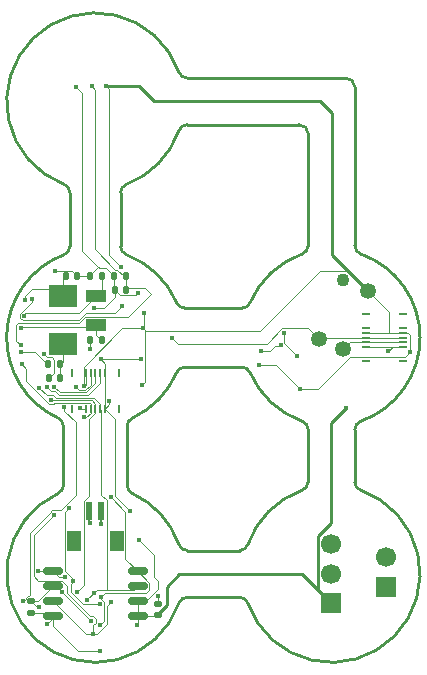
<source format=gbr>
%TF.GenerationSoftware,KiCad,Pcbnew,9.0.1*%
%TF.CreationDate,2025-04-11T17:48:52-04:00*%
%TF.ProjectId,IngestibleCapsule-Board_v2,496e6765-7374-4696-926c-654361707375,rev?*%
%TF.SameCoordinates,Original*%
%TF.FileFunction,Copper,L2,Bot*%
%TF.FilePolarity,Positive*%
%FSLAX46Y46*%
G04 Gerber Fmt 4.6, Leading zero omitted, Abs format (unit mm)*
G04 Created by KiCad (PCBNEW 9.0.1) date 2025-04-11 17:48:52*
%MOMM*%
%LPD*%
G01*
G04 APERTURE LIST*
G04 Aperture macros list*
%AMRoundRect*
0 Rectangle with rounded corners*
0 $1 Rounding radius*
0 $2 $3 $4 $5 $6 $7 $8 $9 X,Y pos of 4 corners*
0 Add a 4 corners polygon primitive as box body*
4,1,4,$2,$3,$4,$5,$6,$7,$8,$9,$2,$3,0*
0 Add four circle primitives for the rounded corners*
1,1,$1+$1,$2,$3*
1,1,$1+$1,$4,$5*
1,1,$1+$1,$6,$7*
1,1,$1+$1,$8,$9*
0 Add four rect primitives between the rounded corners*
20,1,$1+$1,$2,$3,$4,$5,0*
20,1,$1+$1,$4,$5,$6,$7,0*
20,1,$1+$1,$6,$7,$8,$9,0*
20,1,$1+$1,$8,$9,$2,$3,0*%
G04 Aperture macros list end*
%TA.AperFunction,ComponentPad*%
%ADD10R,1.700000X1.700000*%
%TD*%
%TA.AperFunction,ComponentPad*%
%ADD11C,1.700000*%
%TD*%
%TA.AperFunction,ComponentPad*%
%ADD12C,1.350000*%
%TD*%
%TA.AperFunction,ComponentPad*%
%ADD13C,1.100000*%
%TD*%
%TA.AperFunction,SMDPad,CuDef*%
%ADD14R,0.600000X1.550000*%
%TD*%
%TA.AperFunction,SMDPad,CuDef*%
%ADD15R,1.200000X1.800000*%
%TD*%
%TA.AperFunction,SMDPad,CuDef*%
%ADD16R,2.400000X1.900000*%
%TD*%
%TA.AperFunction,SMDPad,CuDef*%
%ADD17RoundRect,0.135000X0.135000X0.185000X-0.135000X0.185000X-0.135000X-0.185000X0.135000X-0.185000X0*%
%TD*%
%TA.AperFunction,SMDPad,CuDef*%
%ADD18R,0.700000X0.200000*%
%TD*%
%TA.AperFunction,SMDPad,CuDef*%
%ADD19RoundRect,0.135000X-0.185000X0.135000X-0.185000X-0.135000X0.185000X-0.135000X0.185000X0.135000X0*%
%TD*%
%TA.AperFunction,SMDPad,CuDef*%
%ADD20RoundRect,0.140000X0.170000X-0.140000X0.170000X0.140000X-0.170000X0.140000X-0.170000X-0.140000X0*%
%TD*%
%TA.AperFunction,SMDPad,CuDef*%
%ADD21RoundRect,0.140000X0.140000X0.170000X-0.140000X0.170000X-0.140000X-0.170000X0.140000X-0.170000X0*%
%TD*%
%TA.AperFunction,SMDPad,CuDef*%
%ADD22RoundRect,0.140000X-0.140000X-0.170000X0.140000X-0.170000X0.140000X0.170000X-0.140000X0.170000X0*%
%TD*%
%TA.AperFunction,SMDPad,CuDef*%
%ADD23R,1.800000X1.000000*%
%TD*%
%TA.AperFunction,SMDPad,CuDef*%
%ADD24RoundRect,0.162500X-0.650000X-0.162500X0.650000X-0.162500X0.650000X0.162500X-0.650000X0.162500X0*%
%TD*%
%TA.AperFunction,SMDPad,CuDef*%
%ADD25R,0.200000X0.700000*%
%TD*%
%TA.AperFunction,ViaPad*%
%ADD26C,0.450000*%
%TD*%
%TA.AperFunction,Conductor*%
%ADD27C,0.100000*%
%TD*%
%TA.AperFunction,Conductor*%
%ADD28C,0.250000*%
%TD*%
%TA.AperFunction,Conductor*%
%ADD29C,0.200000*%
%TD*%
%TA.AperFunction,Profile*%
%ADD30C,0.250000*%
%TD*%
G04 APERTURE END LIST*
D10*
%TO.P,J8,1,Pin_1*%
%TO.N,+3.3V*%
X114595000Y-121110000D03*
D11*
%TO.P,J8,2,Pin_2*%
%TO.N,GND*%
X114595000Y-118570000D03*
%TD*%
D10*
%TO.P,J7,1,Pin_1*%
%TO.N,+3.3V*%
X110000000Y-122500000D03*
D11*
%TO.P,J7,2,Pin_2*%
%TO.N,GND*%
X110000000Y-120000000D03*
%TO.P,J7,3,Pin_3*%
%TO.N,unconnected-(J7-Pin_3-Pad3)*%
X110000000Y-117500000D03*
%TD*%
D12*
%TO.P,U2,1,SDA*%
%TO.N,/MCU_I2C_SDA*%
X111000000Y-101000000D03*
%TO.P,U2,2,VDD*%
%TO.N,+3.3V*%
X113065000Y-96015000D03*
D13*
%TO.P,U2,3,GND*%
%TO.N,GND*%
X111000000Y-95160000D03*
D12*
%TO.P,U2,4,SCL*%
%TO.N,/MCU_I2C_SCL*%
X108935000Y-100145000D03*
%TD*%
D14*
%TO.P,J6,1,Pin_1*%
%TO.N,/RF Transceiver/RFN*%
X90500000Y-114663000D03*
%TO.P,J6,2,Pin_2*%
%TO.N,/RF Transceiver/RFP*%
X89500000Y-114663000D03*
D15*
%TO.P,J6,MP1*%
%TO.N,N/C*%
X91800000Y-117188000D03*
%TO.P,J6,MP2*%
X88200000Y-117188000D03*
%TD*%
D16*
%TO.P,Y1,1,1*%
%TO.N,Net-(C10-Pad2)*%
X87250000Y-100550000D03*
%TO.P,Y1,2,2*%
%TO.N,Net-(U1-PF0)*%
X87250000Y-96450000D03*
%TD*%
D17*
%TO.P,R3,1*%
%TO.N,Net-(C10-Pad2)*%
X87050000Y-102250000D03*
%TO.P,R3,2*%
%TO.N,Net-(U1-PF1)*%
X86030000Y-102250000D03*
%TD*%
D18*
%TO.P,J2,*%
%TO.N,*%
X112960000Y-102000000D03*
X116040000Y-102000000D03*
X112960000Y-98000000D03*
X116040000Y-98000000D03*
%TO.P,J2,1,1*%
%TO.N,GND*%
X112960000Y-100800000D03*
%TO.P,J2,2,2*%
X116040000Y-100800000D03*
%TO.P,J2,3,3*%
%TO.N,/MCU_I2C_SDA*%
X112960000Y-100400000D03*
%TO.P,J2,4,4*%
X116040000Y-100400000D03*
%TO.P,J2,5,5*%
%TO.N,/MCU_I2C_SCL*%
X112960000Y-100000000D03*
%TO.P,J2,6,6*%
X116040000Y-100000000D03*
%TO.P,J2,7,7*%
%TO.N,+3.3V*%
X112960000Y-99600000D03*
%TO.P,J2,8,8*%
X116040000Y-99600000D03*
%TO.P,J2,9,9*%
%TO.N,unconnected-(J2-Pad9)*%
X112960000Y-99200000D03*
%TO.P,J2,10,10*%
%TO.N,unconnected-(J2-Pad10)*%
X116040000Y-99200000D03*
%TD*%
D17*
%TO.P,R1,1*%
%TO.N,/Processor/NRST*%
X92620000Y-94800000D03*
%TO.P,R1,2*%
%TO.N,GND*%
X91600000Y-94800000D03*
%TD*%
D19*
%TO.P,R8,1*%
%TO.N,+3.3V*%
X84600000Y-122290000D03*
%TO.P,R8,2*%
%TO.N,/MCU_MEM_CS*%
X84600000Y-123310000D03*
%TD*%
D20*
%TO.P,C15,1*%
%TO.N,+3.3V*%
X95300000Y-123480000D03*
%TO.P,C15,2*%
%TO.N,GND*%
X95300000Y-122520000D03*
%TD*%
D21*
%TO.P,C2,1*%
%TO.N,/Processor/NRST*%
X92610000Y-95950000D03*
%TO.P,C2,2*%
%TO.N,GND*%
X91650000Y-95950000D03*
%TD*%
%TO.P,C9,1*%
%TO.N,GND*%
X88480000Y-94800000D03*
%TO.P,C9,2*%
%TO.N,Net-(U1-PF0)*%
X87520000Y-94800000D03*
%TD*%
D22*
%TO.P,C12,1*%
%TO.N,GND*%
X89570000Y-100200000D03*
%TO.P,C12,2*%
%TO.N,Net-(U1-PC15)*%
X90530000Y-100200000D03*
%TD*%
D23*
%TO.P,Y2,1,1*%
%TO.N,Net-(U1-PC15)*%
X90080000Y-98970000D03*
%TO.P,Y2,2,2*%
%TO.N,Net-(U1-PC14)*%
X90080000Y-96470000D03*
%TD*%
D24*
%TO.P,U4,1,~{CS}*%
%TO.N,/MCU_MEM_CS*%
X86412500Y-123600000D03*
%TO.P,U4,2,DO/IO_{1}*%
%TO.N,/MCU_SPI_MISO*%
X86412500Y-122330000D03*
%TO.P,U4,3,~{WP}/IO_{2}*%
%TO.N,+3.3V*%
X86412500Y-121060000D03*
%TO.P,U4,4,GND*%
%TO.N,GND*%
X86412500Y-119790000D03*
%TO.P,U4,5,DI/IO_{0}*%
%TO.N,/MCU_SPI_MOSI*%
X93587500Y-119790000D03*
%TO.P,U4,6,CLK*%
%TO.N,/MCU_SPI_SCK*%
X93587500Y-121060000D03*
%TO.P,U4,7,~{HOLD}/~{RESET}/IO_{3}*%
%TO.N,+3.3V*%
X93587500Y-122330000D03*
%TO.P,U4,8,VCC*%
X93587500Y-123600000D03*
%TD*%
D22*
%TO.P,C10,1*%
%TO.N,GND*%
X86070000Y-103400000D03*
%TO.P,C10,2*%
%TO.N,Net-(C10-Pad2)*%
X87030000Y-103400000D03*
%TD*%
%TO.P,C11,1*%
%TO.N,GND*%
X89570000Y-94800000D03*
%TO.P,C11,2*%
%TO.N,Net-(U1-PC14)*%
X90530000Y-94800000D03*
%TD*%
D25*
%TO.P,J3,*%
%TO.N,*%
X92000000Y-106040000D03*
X92000000Y-102960000D03*
X88000000Y-106040000D03*
X88000000Y-102960000D03*
%TO.P,J3,1,1*%
%TO.N,GND*%
X90800000Y-106040000D03*
%TO.P,J3,2,2*%
X90800000Y-102960000D03*
%TO.P,J3,3,3*%
%TO.N,/MCU_SPI_SCK*%
X90400000Y-106040000D03*
%TO.P,J3,4,4*%
%TO.N,/MCU_SPI_MISO*%
X90400000Y-102960000D03*
%TO.P,J3,5,5*%
%TO.N,/MCU_RF_CS*%
X90000000Y-106040000D03*
%TO.P,J3,6,6*%
%TO.N,/MCU_SPI_MOSI*%
X90000000Y-102960000D03*
%TO.P,J3,7,7*%
%TO.N,/MCU_RF_IRQ*%
X89600000Y-106040000D03*
%TO.P,J3,8,8*%
%TO.N,/MCU_MEM_CS*%
X89600000Y-102960000D03*
%TO.P,J3,9,9*%
%TO.N,+3.3V*%
X89200000Y-106040000D03*
%TO.P,J3,10,10*%
X89200000Y-102960000D03*
%TD*%
D26*
%TO.N,/MCU_SPI_MISO*%
X86515000Y-114983788D03*
%TO.N,/MCU_MEM_CS*%
X85910000Y-124250000D03*
X83920000Y-122340000D03*
X87388702Y-105888373D03*
%TO.N,/MCU_RF_IRQ*%
X89080000Y-106735000D03*
X87761881Y-114465000D03*
%TO.N,/MCU_RF_CS*%
X88450166Y-121519834D03*
%TO.N,/MCU_SPI_MOSI*%
X91314684Y-113525000D03*
%TO.N,Net-(U1-PF0)*%
X84074519Y-96815935D03*
%TO.N,GND*%
X86550000Y-94350000D03*
X93850000Y-101850000D03*
X92944834Y-114705166D03*
X114820000Y-101160000D03*
X89570000Y-100980000D03*
X85150000Y-119750000D03*
X85632434Y-101384433D03*
X95300000Y-121850000D03*
X93650000Y-96200000D03*
X88400000Y-78750000D03*
X89890000Y-97520000D03*
X87425000Y-120275000D03*
X90450000Y-101850000D03*
X91200000Y-105400000D03*
%TO.N,Net-(U1-PC14)*%
X84002473Y-98153897D03*
%TO.N,Net-(U1-PC15)*%
X83699000Y-99165000D03*
%TO.N,+3.3V*%
X116650000Y-101200000D03*
X93500000Y-124325000D03*
X87225000Y-121550000D03*
X111270000Y-105940000D03*
X93950000Y-104000000D03*
X107300000Y-104350000D03*
X84610000Y-96690000D03*
X92150000Y-94000000D03*
X88710000Y-105980000D03*
X94150000Y-97950000D03*
X89010000Y-104060000D03*
X103900000Y-102350000D03*
X85250000Y-122800000D03*
X89675000Y-123975000D03*
X92240000Y-97290000D03*
X93700000Y-117175000D03*
X94050000Y-99150000D03*
X90900000Y-78700000D03*
%TO.N,/Processor/NRST*%
X89700000Y-78700000D03*
X83725000Y-100650000D03*
%TO.N,/MCU_I2C_SCL*%
X96520000Y-100010000D03*
%TO.N,/MCU_I2C_SDA*%
X105685583Y-100654371D03*
X104055000Y-101094834D03*
%TO.N,/MCU_MEM_CS*%
X88400039Y-104193212D03*
X90400000Y-126550000D03*
%TO.N,/MCU_RF_IRQ*%
X83790000Y-102250000D03*
X88128266Y-120625002D03*
X90375000Y-122570497D03*
%TO.N,/MCU_SPI_MOSI*%
X90475000Y-121925000D03*
%TO.N,/MCU_SPI_MISO*%
X91325000Y-122425000D03*
%TO.N,/MCU_SPI_SCK*%
X89852666Y-121647334D03*
%TO.N,/MCU_SPI_MISO*%
X89849997Y-125125000D03*
%TO.N,/MCU_SPI_SCK*%
X89340166Y-122195497D03*
%TO.N,/MCU_SPI_MISO*%
X85933319Y-104181737D03*
%TO.N,/MCU_SPI_MOSI*%
X90375000Y-124350000D03*
X86511701Y-104167031D03*
%TO.N,/MCU_SPI_SCK*%
X85250000Y-104250000D03*
%TO.N,/MCU_RF_CS*%
X86273584Y-105275000D03*
%TO.N,/RF Transceiver/RFN*%
X90500000Y-115750000D03*
%TO.N,/RF Transceiver/RFP*%
X89550000Y-115700000D03*
%TO.N,Net-(U1-PF1)*%
X83730851Y-101199972D03*
%TO.N,Net-(U3-SDO{slash}ADDR)*%
X107100000Y-101550000D03*
X106000000Y-99600000D03*
%TD*%
D27*
%TO.N,/MCU_RF_CS*%
X89050000Y-120920000D02*
X88450166Y-121519834D01*
X90000000Y-106340000D02*
X89440000Y-106900000D01*
X89440000Y-113410000D02*
X89050000Y-113800000D01*
X89050000Y-113800000D02*
X89050000Y-120920000D01*
X90000000Y-106040000D02*
X90000000Y-106340000D01*
X89440000Y-106900000D02*
X89440000Y-113410000D01*
%TO.N,/MCU_RF_IRQ*%
X89205000Y-106735000D02*
X89600000Y-106340000D01*
X89600000Y-106340000D02*
X89600000Y-106040000D01*
X89080000Y-106735000D02*
X89205000Y-106735000D01*
%TO.N,/MCU_MEM_CS*%
X84129000Y-122032792D02*
X84129000Y-122131000D01*
X84292792Y-121869000D02*
X84129000Y-122032792D01*
X84391000Y-121869000D02*
X84292792Y-121869000D01*
X84450000Y-121810000D02*
X84391000Y-121869000D01*
X84450000Y-116520000D02*
X84450000Y-121810000D01*
X84129000Y-122131000D02*
X83920000Y-122340000D01*
X86359255Y-114607788D02*
X86139000Y-114828043D01*
X86139000Y-114828043D02*
X86139000Y-114831000D01*
X86139000Y-114831000D02*
X84450000Y-116520000D01*
X87072212Y-114607788D02*
X86359255Y-114607788D01*
X88350000Y-113330000D02*
X87072212Y-114607788D01*
X88350000Y-107142000D02*
X88350000Y-113330000D01*
X87388702Y-105888373D02*
X87388702Y-106180702D01*
X87388702Y-106180702D02*
X88350000Y-107142000D01*
%TO.N,/MCU_SPI_MISO*%
X89849997Y-124331748D02*
X89849997Y-125125000D01*
X90051000Y-124130745D02*
X89849997Y-124331748D01*
X90051000Y-123819255D02*
X90051000Y-124130745D01*
X89830745Y-123599000D02*
X90051000Y-123819255D01*
X89558256Y-123599000D02*
X89830745Y-123599000D01*
X87601000Y-120988142D02*
X87601000Y-121641744D01*
X87196858Y-120584000D02*
X87601000Y-120988142D01*
X85144000Y-120584000D02*
X87196858Y-120584000D01*
X84774000Y-120214000D02*
X85144000Y-120584000D01*
X87601000Y-121641744D02*
X89558256Y-123599000D01*
X84774000Y-116724788D02*
X84774000Y-120214000D01*
X86515000Y-114983788D02*
X84774000Y-116724788D01*
%TO.N,+3.3V*%
X88770000Y-106040000D02*
X89200000Y-106040000D01*
X88710000Y-105980000D02*
X88770000Y-106040000D01*
%TO.N,/MCU_RF_IRQ*%
X88128266Y-120446521D02*
X88128266Y-120625002D01*
X87449000Y-119767255D02*
X88128266Y-120446521D01*
X87449000Y-114777881D02*
X87449000Y-119767255D01*
X87761881Y-114465000D02*
X87449000Y-114777881D01*
%TO.N,/MCU_MEM_CS*%
X86412500Y-123747500D02*
X85910000Y-124250000D01*
X86412500Y-123600000D02*
X86412500Y-123747500D01*
%TO.N,/MCU_RF_IRQ*%
X88970497Y-122570497D02*
X90375000Y-122570497D01*
X87910000Y-120843268D02*
X87910000Y-121510000D01*
X88128266Y-120625002D02*
X87910000Y-120843268D01*
X87910000Y-121510000D02*
X88970497Y-122570497D01*
%TO.N,/MCU_SPI_SCK*%
X90500000Y-113286000D02*
X90960000Y-113746000D01*
X90960000Y-113746000D02*
X90960000Y-121360000D01*
X90500000Y-106140000D02*
X90500000Y-113286000D01*
X90400000Y-106040000D02*
X90500000Y-106140000D01*
%TO.N,/MCU_SPI_MOSI*%
X92551000Y-114761316D02*
X91314684Y-113525000D01*
X92551000Y-118753500D02*
X92551000Y-114761316D01*
X93587500Y-119790000D02*
X92551000Y-118753500D01*
%TO.N,/MCU_SPI_SCK*%
X90960000Y-121360000D02*
X93287500Y-121360000D01*
X90140000Y-121360000D02*
X90960000Y-121360000D01*
X93287500Y-121360000D02*
X93587500Y-121060000D01*
X89852666Y-121647334D02*
X90140000Y-121360000D01*
%TO.N,Net-(U1-PF0)*%
X87250000Y-96450000D02*
X87250000Y-95070000D01*
X84074519Y-96815935D02*
X84074519Y-96465481D01*
X86720000Y-95920000D02*
X87250000Y-96450000D01*
X87250000Y-95070000D02*
X87520000Y-94800000D01*
X84074519Y-96465481D02*
X84620000Y-95920000D01*
X84620000Y-95920000D02*
X86720000Y-95920000D01*
%TO.N,GND*%
X116040000Y-100800000D02*
X115250000Y-100800000D01*
X115180000Y-100800000D02*
X115250000Y-100800000D01*
X91680000Y-106920000D02*
X90800000Y-106040000D01*
X90800000Y-102200000D02*
X90450000Y-101850000D01*
X88900000Y-92650000D02*
X90250000Y-94000000D01*
X91650000Y-95900000D02*
X91600000Y-95850000D01*
X88480000Y-94800000D02*
X88019000Y-94339000D01*
X89570000Y-100200000D02*
X89570000Y-100980000D01*
X85190000Y-119790000D02*
X85150000Y-119750000D01*
X91650000Y-95950000D02*
X91650000Y-96602000D01*
X90937500Y-94112500D02*
X91600000Y-94775000D01*
X90800000Y-102960000D02*
X90800000Y-102200000D01*
X86561000Y-94339000D02*
X86550000Y-94350000D01*
X91650000Y-96602000D02*
X90732000Y-97520000D01*
X91200000Y-105640000D02*
X90800000Y-106040000D01*
X91200000Y-105400000D02*
X91200000Y-105640000D01*
X90800000Y-106040000D02*
X90800000Y-102960000D01*
X86310000Y-101670000D02*
X86510000Y-101870000D01*
X91650000Y-95950000D02*
X91650000Y-95900000D01*
X86412500Y-119790000D02*
X85190000Y-119790000D01*
X93650000Y-96200000D02*
X93439000Y-96411000D01*
X85918000Y-101670000D02*
X86310000Y-101670000D01*
X88900000Y-79250000D02*
X88900000Y-92650000D01*
X87425000Y-120275000D02*
X86897500Y-120275000D01*
X115250000Y-100800000D02*
X112960000Y-100800000D01*
X92111000Y-96411000D02*
X91650000Y-95950000D01*
X86510000Y-101870000D02*
X86510000Y-102960000D01*
X89570000Y-94800000D02*
X89570000Y-94680000D01*
X91600000Y-95850000D02*
X91600000Y-94800000D01*
X93439000Y-96411000D02*
X92111000Y-96411000D01*
X86897500Y-120275000D02*
X86412500Y-119790000D01*
X90775000Y-94112500D02*
X90937500Y-94112500D01*
X90362500Y-94112500D02*
X90775000Y-94112500D01*
X90250000Y-94000000D02*
X90362500Y-94112500D01*
X86510000Y-102960000D02*
X86070000Y-103400000D01*
X93850000Y-101850000D02*
X90450000Y-101850000D01*
X92944834Y-114705166D02*
X91680000Y-113440332D01*
X85632434Y-101384433D02*
X85918000Y-101670000D01*
X89570000Y-94800000D02*
X88480000Y-94800000D01*
X88400000Y-78750000D02*
X88900000Y-79250000D01*
X89570000Y-94680000D02*
X90250000Y-94000000D01*
X88019000Y-94339000D02*
X86561000Y-94339000D01*
X91680000Y-113440332D02*
X91680000Y-106920000D01*
X90732000Y-97520000D02*
X89890000Y-97520000D01*
X114820000Y-101160000D02*
X115180000Y-100800000D01*
X91600000Y-94775000D02*
X91600000Y-94800000D01*
X95300000Y-122520000D02*
X95300000Y-121850000D01*
%TO.N,Net-(U1-PC14)*%
X88660000Y-97890000D02*
X90080000Y-96470000D01*
X84002473Y-98153897D02*
X84002473Y-97994908D01*
X90530000Y-94800000D02*
X90530000Y-96020000D01*
X84107381Y-97890000D02*
X88660000Y-97890000D01*
X84002473Y-97994908D02*
X84107381Y-97890000D01*
X90530000Y-96020000D02*
X90080000Y-96470000D01*
%TO.N,Net-(U1-PC15)*%
X83789000Y-99075000D02*
X89975000Y-99075000D01*
X90080000Y-98970000D02*
X90080000Y-99750000D01*
X89975000Y-99075000D02*
X90080000Y-98970000D01*
X90080000Y-99750000D02*
X90530000Y-100200000D01*
X83699000Y-99165000D02*
X83789000Y-99075000D01*
%TO.N,+3.3V*%
X92305416Y-99150000D02*
X94050000Y-99150000D01*
X91634000Y-97896000D02*
X92240000Y-97290000D01*
D28*
X94970000Y-79980000D02*
X108990000Y-79980000D01*
D27*
X84610000Y-97014625D02*
X83626473Y-97998152D01*
X111538141Y-101630000D02*
X108818141Y-104350000D01*
X95300000Y-120600000D02*
X95300000Y-121318255D01*
D28*
X96050000Y-122610000D02*
X96050000Y-121080000D01*
D27*
X93700000Y-117175000D02*
X94950000Y-118425000D01*
X93587500Y-124237500D02*
X93500000Y-124325000D01*
X116650000Y-101200000D02*
X116650000Y-99760000D01*
X111400000Y-94350000D02*
X109020000Y-94350000D01*
X116220000Y-101630000D02*
X111538141Y-101630000D01*
X91150000Y-93000000D02*
X91150000Y-78950000D01*
X116650000Y-99760000D02*
X116490000Y-99600000D01*
X103900000Y-102350000D02*
X105300000Y-102350000D01*
X94226000Y-99660000D02*
X94226000Y-103724000D01*
X86735000Y-121060000D02*
X86412500Y-121060000D01*
X85250000Y-122800000D02*
X85110000Y-122800000D01*
D28*
X110030000Y-81020000D02*
X110030000Y-92980000D01*
D27*
X89090000Y-104060000D02*
X89200000Y-103950000D01*
X112960000Y-99600000D02*
X114900000Y-99600000D01*
X113065000Y-96015000D02*
X114900000Y-97850000D01*
X83626473Y-98309642D02*
X83846728Y-98529897D01*
X94150000Y-97950000D02*
X94150000Y-99050000D01*
X85182500Y-122290000D02*
X86412500Y-121060000D01*
X116650000Y-101200000D02*
X116220000Y-101630000D01*
X114900000Y-99600000D02*
X116040000Y-99600000D01*
X95180000Y-123600000D02*
X95300000Y-123480000D01*
D28*
X95300000Y-123480000D02*
X95300000Y-123360000D01*
D27*
X89010000Y-102445416D02*
X92305416Y-99150000D01*
D28*
X90900000Y-78700000D02*
X93690000Y-78700000D01*
D27*
X89219744Y-97896000D02*
X91634000Y-97896000D01*
D28*
X95300000Y-123360000D02*
X96050000Y-122610000D01*
D27*
X94288255Y-122330000D02*
X93587500Y-122330000D01*
X94226000Y-99326000D02*
X94226000Y-99660000D01*
X92150000Y-94000000D02*
X91150000Y-93000000D01*
D28*
X110000000Y-115690000D02*
X110000000Y-107210000D01*
D27*
X103925000Y-99445000D02*
X103920000Y-99440000D01*
X95300000Y-121318255D02*
X94288255Y-122330000D01*
X84610000Y-96690000D02*
X84610000Y-97014625D01*
D28*
X110000000Y-107210000D02*
X111270000Y-105940000D01*
D27*
X89010000Y-104060000D02*
X89090000Y-104060000D01*
X108818141Y-104350000D02*
X107300000Y-104350000D01*
X105300000Y-102350000D02*
X107300000Y-104350000D01*
X83846728Y-98529897D02*
X88585847Y-98529897D01*
D28*
X108870000Y-116820000D02*
X110000000Y-115690000D01*
D27*
X94050000Y-99150000D02*
X94226000Y-99326000D01*
X93587500Y-123600000D02*
X95180000Y-123600000D01*
D28*
X107500000Y-120000000D02*
X110000000Y-122500000D01*
D27*
X94950000Y-120250000D02*
X95300000Y-120600000D01*
D28*
X97130000Y-120000000D02*
X107500000Y-120000000D01*
D27*
X116490000Y-99600000D02*
X116040000Y-99600000D01*
X94950000Y-118425000D02*
X94950000Y-120250000D01*
X93587500Y-123600000D02*
X93587500Y-124237500D01*
X114900000Y-97850000D02*
X114900000Y-99600000D01*
X88585847Y-98529897D02*
X89219744Y-97896000D01*
X87225000Y-121550000D02*
X89650000Y-123975000D01*
X113065000Y-96015000D02*
X111400000Y-94350000D01*
X89010000Y-104060000D02*
X89010000Y-102445416D01*
D28*
X110000000Y-122500000D02*
X108870000Y-121370000D01*
D27*
X93587500Y-122330000D02*
X93587500Y-123600000D01*
X87225000Y-121550000D02*
X86735000Y-121060000D01*
D28*
X96050000Y-121080000D02*
X97130000Y-120000000D01*
D27*
X109020000Y-94350000D02*
X103925000Y-99445000D01*
D28*
X93690000Y-78700000D02*
X94970000Y-79980000D01*
D27*
X89650000Y-123975000D02*
X89675000Y-123975000D01*
X91150000Y-78950000D02*
X90900000Y-78700000D01*
D28*
X108990000Y-79980000D02*
X110030000Y-81020000D01*
D27*
X94226000Y-103724000D02*
X93950000Y-104000000D01*
X94226000Y-99440000D02*
X103920000Y-99440000D01*
D28*
X110030000Y-92980000D02*
X113065000Y-96015000D01*
D27*
X89200000Y-103950000D02*
X89200000Y-102960000D01*
X83626473Y-97998152D02*
X83626473Y-98309642D01*
X94150000Y-99050000D02*
X94050000Y-99150000D01*
X85110000Y-122800000D02*
X84600000Y-122290000D01*
D28*
X108870000Y-121370000D02*
X108870000Y-116820000D01*
D27*
X84600000Y-122290000D02*
X85182500Y-122290000D01*
%TO.N,/Processor/NRST*%
X94234000Y-95824000D02*
X92736000Y-95824000D01*
X91712706Y-94250000D02*
X90000000Y-92537294D01*
X83463255Y-98780000D02*
X88620000Y-98780000D01*
X94715000Y-96305000D02*
X94234000Y-95824000D01*
X90000000Y-79000000D02*
X89700000Y-78700000D01*
X83324000Y-98919255D02*
X83463255Y-98780000D01*
X83324000Y-100249000D02*
X83324000Y-98919255D01*
X92610000Y-94810000D02*
X92620000Y-94800000D01*
X90000000Y-92537294D02*
X90000000Y-79000000D01*
X92736000Y-95824000D02*
X92610000Y-95950000D01*
X91864104Y-94250000D02*
X91712706Y-94250000D01*
X92620000Y-94800000D02*
X92414104Y-94800000D01*
X89170000Y-98230000D02*
X92790000Y-98230000D01*
X92414104Y-94800000D02*
X91864104Y-94250000D01*
X83725000Y-100650000D02*
X83324000Y-100249000D01*
X92790000Y-98230000D02*
X94715000Y-96305000D01*
X88620000Y-98780000D02*
X89170000Y-98230000D01*
X92610000Y-95950000D02*
X92610000Y-94810000D01*
%TO.N,/MCU_I2C_SCL*%
X109080000Y-100000000D02*
X108935000Y-100145000D01*
X108014000Y-99224000D02*
X108935000Y-100145000D01*
X97040000Y-100530000D02*
X104538255Y-100530000D01*
X116040000Y-100000000D02*
X112960000Y-100000000D01*
X112960000Y-100000000D02*
X109080000Y-100000000D01*
X105844255Y-99224000D02*
X108014000Y-99224000D01*
X96520000Y-100010000D02*
X97040000Y-100530000D01*
X104538255Y-100530000D02*
X105844255Y-99224000D01*
%TO.N,/MCU_I2C_SDA*%
X105203286Y-100671714D02*
X104780166Y-101094834D01*
X112960000Y-100400000D02*
X111600000Y-100400000D01*
X105668240Y-100671714D02*
X105203286Y-100671714D01*
X111600000Y-100400000D02*
X111000000Y-101000000D01*
X112960000Y-100400000D02*
X116040000Y-100400000D01*
X104780166Y-101094834D02*
X104055000Y-101094834D01*
X105685583Y-100654371D02*
X105668240Y-100671714D01*
%TO.N,/MCU_MEM_CS*%
X89600000Y-104000000D02*
X89600000Y-102960000D01*
X90400000Y-126550000D02*
X88550000Y-126550000D01*
X88550000Y-126550000D02*
X86412500Y-124412500D01*
X86412500Y-124412500D02*
X86412500Y-123600000D01*
X86122500Y-123310000D02*
X86412500Y-123600000D01*
X88646827Y-104440000D02*
X89160000Y-104440000D01*
X89160000Y-104440000D02*
X89600000Y-104000000D01*
X88400039Y-104193212D02*
X88646827Y-104440000D01*
X84600000Y-123310000D02*
X86122500Y-123310000D01*
%TO.N,/MCU_RF_IRQ*%
X86566956Y-105513373D02*
X86429329Y-105651000D01*
X89600000Y-106040000D02*
X89600000Y-105590000D01*
X84170000Y-102630000D02*
X83790000Y-102250000D01*
X84170000Y-103701745D02*
X84170000Y-102630000D01*
X85897584Y-105429329D02*
X84170000Y-103701745D01*
X85897584Y-105430745D02*
X85897584Y-105429329D01*
X86117839Y-105651000D02*
X85897584Y-105430745D01*
X89523373Y-105513373D02*
X86566956Y-105513373D01*
X89600000Y-105590000D02*
X89523373Y-105513373D01*
X86429329Y-105651000D02*
X86117839Y-105651000D01*
%TO.N,/MCU_SPI_MOSI*%
X90386248Y-122050000D02*
X90751000Y-122414752D01*
%TO.N,/MCU_SPI_MISO*%
X86902414Y-104842000D02*
X89377000Y-104842000D01*
%TO.N,/MCU_SPI_SCK*%
X89920000Y-105110000D02*
X90400000Y-105590000D01*
%TO.N,/MCU_SPI_MOSI*%
X86985670Y-104641000D02*
X89243257Y-104641000D01*
%TO.N,/MCU_SPI_SCK*%
X86429329Y-104899000D02*
X86640329Y-105110000D01*
%TO.N,/MCU_SPI_MOSI*%
X90751000Y-122414752D02*
X90751000Y-123974000D01*
%TO.N,/MCU_SPI_MISO*%
X86294613Y-104543031D02*
X86603445Y-104543031D01*
X91325000Y-122425000D02*
X91025000Y-122725000D01*
X85933319Y-104181737D02*
X86294613Y-104543031D01*
%TO.N,/MCU_SPI_MOSI*%
X94307858Y-121600000D02*
X94551000Y-121356858D01*
%TO.N,/MCU_SPI_MISO*%
X91025000Y-122725000D02*
X91025000Y-124231745D01*
%TO.N,/MCU_SPI_SCK*%
X85250000Y-104250000D02*
X85899000Y-104899000D01*
X85899000Y-104899000D02*
X86429329Y-104899000D01*
%TO.N,/MCU_SPI_MOSI*%
X90751000Y-123974000D02*
X90375000Y-124350000D01*
%TO.N,/MCU_SPI_MISO*%
X91025000Y-124231745D02*
X90131745Y-125125000D01*
X90400000Y-103819000D02*
X90400000Y-102960000D01*
X86603445Y-104543031D02*
X86902414Y-104842000D01*
X89849997Y-125125000D02*
X89207500Y-125125000D01*
%TO.N,/MCU_SPI_SCK*%
X86640329Y-105110000D02*
X89920000Y-105110000D01*
X90400000Y-105590000D02*
X90400000Y-106040000D01*
%TO.N,/MCU_SPI_MOSI*%
X94551000Y-121356858D02*
X94551000Y-120753500D01*
X90386248Y-122013752D02*
X90386248Y-122050000D01*
%TO.N,/MCU_SPI_MISO*%
X89207500Y-125125000D02*
X86412500Y-122330000D01*
%TO.N,/MCU_SPI_MOSI*%
X90475000Y-121925000D02*
X90386248Y-122013752D01*
X89243257Y-104641000D02*
X90000000Y-103884257D01*
%TO.N,/MCU_SPI_MISO*%
X90131745Y-125125000D02*
X89849997Y-125125000D01*
%TO.N,/MCU_SPI_SCK*%
X89340166Y-122159834D02*
X89852666Y-121647334D01*
%TO.N,/MCU_SPI_MOSI*%
X90800000Y-121600000D02*
X94307858Y-121600000D01*
%TO.N,/MCU_SPI_MISO*%
X89377000Y-104842000D02*
X90400000Y-103819000D01*
%TO.N,/MCU_SPI_MOSI*%
X94551000Y-120753500D02*
X93587500Y-119790000D01*
%TO.N,/MCU_SPI_SCK*%
X89340166Y-122195497D02*
X89340166Y-122159834D01*
%TO.N,/MCU_SPI_MOSI*%
X86511701Y-104167031D02*
X86985670Y-104641000D01*
X90475000Y-121925000D02*
X90800000Y-121600000D01*
X90000000Y-103884257D02*
X90000000Y-102960000D01*
%TO.N,/MCU_RF_CS*%
X89720000Y-105310000D02*
X90000000Y-105590000D01*
X86308584Y-105310000D02*
X89720000Y-105310000D01*
X90000000Y-105590000D02*
X90000000Y-106040000D01*
X86273584Y-105275000D02*
X86308584Y-105310000D01*
D29*
%TO.N,/RF Transceiver/RFN*%
X90500000Y-114663000D02*
X90500000Y-115750000D01*
%TO.N,/RF Transceiver/RFP*%
X89500000Y-115650000D02*
X89550000Y-115700000D01*
X89500000Y-114663000D02*
X89500000Y-115650000D01*
D27*
%TO.N,Net-(U1-PF1)*%
X83730851Y-101199972D02*
X83730879Y-101200000D01*
X85950000Y-102250000D02*
X86030000Y-102250000D01*
X83730879Y-101200000D02*
X84900000Y-101200000D01*
X84900000Y-101200000D02*
X85950000Y-102250000D01*
%TO.N,Net-(U3-SDO{slash}ADDR)*%
X106000000Y-100450000D02*
X107100000Y-101550000D01*
X106000000Y-99600000D02*
X106000000Y-100450000D01*
%TO.N,Net-(C10-Pad2)*%
X87250000Y-102050000D02*
X87050000Y-102250000D01*
X87050000Y-103380000D02*
X87030000Y-103400000D01*
X87050000Y-102250000D02*
X87050000Y-103380000D01*
X87250000Y-100550000D02*
X87250000Y-102050000D01*
%TD*%
D30*
X87363636Y-87021366D02*
G75*
G02*
X97079062Y-77522727I2636364J7021366D01*
G01*
X111975000Y-107787000D02*
X111975000Y-112213032D01*
X108025000Y-112213000D02*
G75*
G02*
X107522717Y-112920910I-750000J0D01*
G01*
X97079062Y-122477273D02*
G75*
G02*
X86863636Y-113187275I-7079062J2477273D01*
G01*
X92636364Y-92978634D02*
G75*
G02*
X92150003Y-92276500I263636J702134D01*
G01*
X112477273Y-92920938D02*
G75*
G02*
X111975064Y-92213032I247727J707838D01*
G01*
X107522727Y-107079062D02*
G75*
G02*
X108024936Y-107786968I-247727J-707838D01*
G01*
X97582900Y-97500000D02*
G75*
G02*
X96893544Y-97045446I0J750000D01*
G01*
X112477273Y-112920938D02*
G75*
G02*
X111975064Y-112213032I247727J707838D01*
G01*
X97582875Y-102500000D02*
X102417100Y-102500000D01*
X102920938Y-117522727D02*
G75*
G02*
X107522727Y-112920938I7079062J-2477273D01*
G01*
X112477273Y-112920938D02*
G75*
G02*
X102920938Y-122477273I-2477273J-7079062D01*
G01*
X103106477Y-97045455D02*
G75*
G02*
X107522727Y-92920938I6893523J-2954545D01*
G01*
X97787000Y-118025000D02*
X102213032Y-118025000D01*
X108025000Y-92213000D02*
G75*
G02*
X107522717Y-92920910I-750000J0D01*
G01*
X96893523Y-102954545D02*
G75*
G02*
X93136364Y-106812725I-6893523J2954545D01*
G01*
X92700000Y-107494000D02*
G75*
G02*
X93136365Y-106812727I750000J0D01*
G01*
X93136364Y-113187275D02*
G75*
G02*
X92699998Y-112506000I313636J681275D01*
G01*
X92700000Y-107494000D02*
X92700000Y-112506000D01*
X103106477Y-97045455D02*
G75*
G02*
X102417125Y-97499931I-689277J295455D01*
G01*
X97786968Y-121975000D02*
X102213000Y-121975000D01*
X97787000Y-118025000D02*
G75*
G02*
X97079090Y-117522717I0J750000D01*
G01*
X97079062Y-82477273D02*
G75*
G02*
X92636364Y-87021366I-7079062J2477273D01*
G01*
X111975000Y-92213032D02*
X111975000Y-78775000D01*
X97786968Y-81975000D02*
X107275000Y-81975000D01*
X93136364Y-113187275D02*
G75*
G02*
X97079062Y-117522727I-3136364J-6812725D01*
G01*
X92150000Y-87723500D02*
G75*
G02*
X92636363Y-87021364I750000J0D01*
G01*
X86863636Y-106812725D02*
G75*
G02*
X87363636Y-92978634I3136364J6812725D01*
G01*
X87850000Y-87723500D02*
X87850000Y-92276500D01*
X97787000Y-78025000D02*
X111225000Y-78025000D01*
X97582900Y-97500000D02*
X102417125Y-97500000D01*
X97787000Y-78025000D02*
G75*
G02*
X97079090Y-77522717I0J750000D01*
G01*
X102213000Y-121975000D02*
G75*
G02*
X102920910Y-122477283I0J-750000D01*
G01*
X112477273Y-92920938D02*
G75*
G02*
X112477273Y-107079062I-2477273J-7079062D01*
G01*
X87300000Y-107494000D02*
X87300000Y-112506000D01*
X107522727Y-107079062D02*
G75*
G02*
X103106477Y-102954545I2477273J7079062D01*
G01*
X111225000Y-78025000D02*
G75*
G02*
X111975000Y-78775000I0J-750000D01*
G01*
X107275000Y-81975000D02*
G75*
G02*
X108025000Y-82725000I0J-750000D01*
G01*
X92636364Y-92978634D02*
G75*
G02*
X96893523Y-97045455I-2636364J-7021366D01*
G01*
X97079062Y-82477273D02*
G75*
G02*
X97786968Y-81975064I707838J-247727D01*
G01*
X111975000Y-107787000D02*
G75*
G02*
X112477283Y-107079090I750000J0D01*
G01*
X108025000Y-92213000D02*
X108025000Y-82725000D01*
X87300000Y-112506000D02*
G75*
G02*
X86863635Y-113187273I-750000J0D01*
G01*
X102417100Y-102500000D02*
G75*
G02*
X103106456Y-102954554I0J-750000D01*
G01*
X87363636Y-87021366D02*
G75*
G02*
X87849997Y-87723500I-263636J-702134D01*
G01*
X96893523Y-102954545D02*
G75*
G02*
X97582875Y-102500069I689277J-295455D01*
G01*
X97079062Y-122477273D02*
G75*
G02*
X97786968Y-121975064I707838J-247727D01*
G01*
X108025000Y-107786968D02*
X108025000Y-112213000D01*
X86863636Y-106812725D02*
G75*
G02*
X87300002Y-107494000I-313636J-681275D01*
G01*
X102920938Y-117522727D02*
G75*
G02*
X102213032Y-118024936I-707838J247727D01*
G01*
X87850000Y-92276500D02*
G75*
G02*
X87363637Y-92978636I-750000J0D01*
G01*
X92150000Y-87723500D02*
X92150000Y-92276500D01*
M02*

</source>
